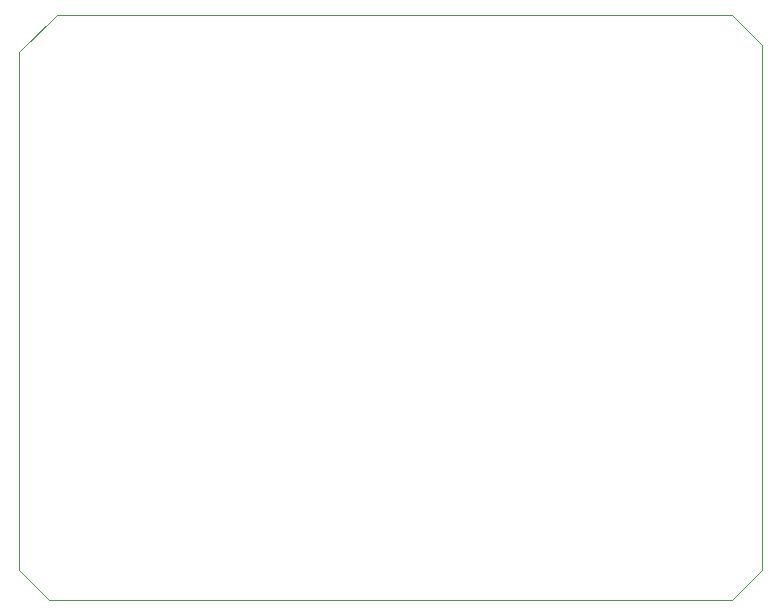
<source format=gbr>
G04 #@! TF.GenerationSoftware,KiCad,Pcbnew,(5.0.0)*
G04 #@! TF.CreationDate,2018-09-27T22:56:36-04:00*
G04 #@! TF.ProjectId,first attempt,666972737420617474656D70742E6B69,rev?*
G04 #@! TF.SameCoordinates,Original*
G04 #@! TF.FileFunction,Profile,NP*
%FSLAX46Y46*%
G04 Gerber Fmt 4.6, Leading zero omitted, Abs format (unit mm)*
G04 Created by KiCad (PCBNEW (5.0.0)) date 09/27/18 22:56:36*
%MOMM*%
%LPD*%
G01*
G04 APERTURE LIST*
%ADD10C,0.100000*%
G04 APERTURE END LIST*
D10*
X216535000Y-81280000D02*
X216535000Y-125730000D01*
X213995000Y-78740000D02*
X216535000Y-81280000D01*
X156845000Y-78740000D02*
X213995000Y-78740000D01*
X153670000Y-81915000D02*
X156845000Y-78740000D01*
X153670000Y-125730000D02*
X153670000Y-81915000D01*
X156210000Y-128270000D02*
X153670000Y-125730000D01*
X213995000Y-128270000D02*
X156210000Y-128270000D01*
X216535000Y-125730000D02*
X213995000Y-128270000D01*
M02*

</source>
